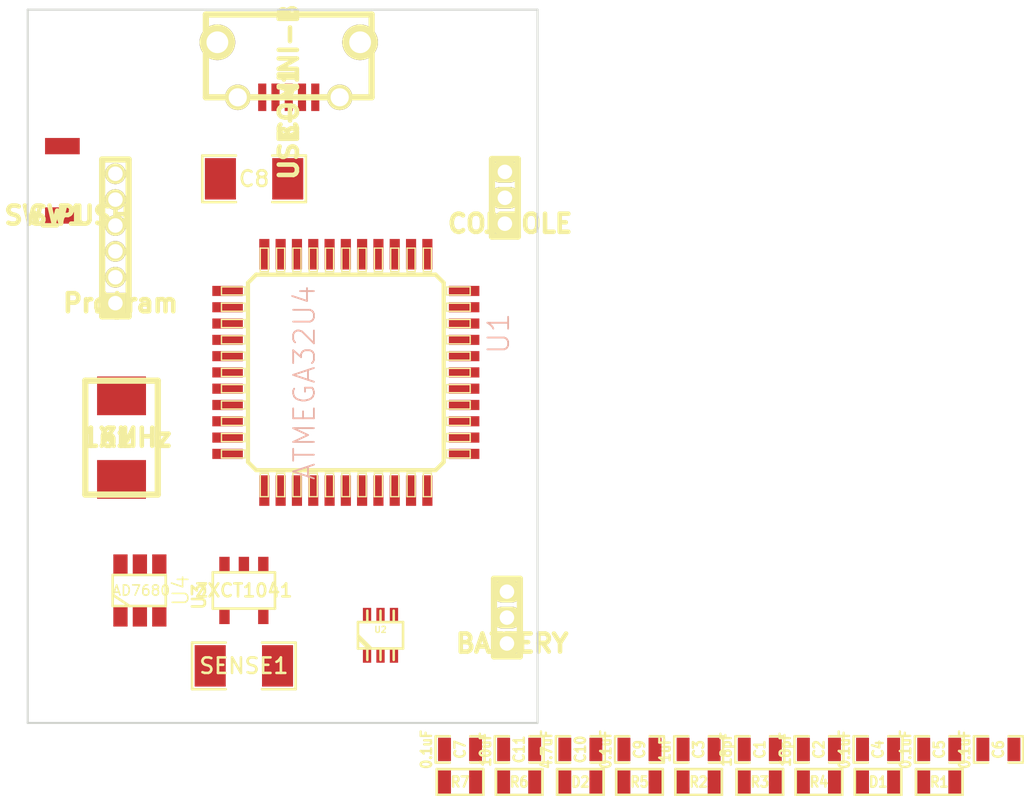
<source format=kicad_pcb>
(kicad_pcb (version 3) (host pcbnew "(2013-07-07 BZR 4022)-stable")

  (general
    (links 64)
    (no_connects 64)
    (area 74.949999 48.700712 127.375001 88.852501)
    (thickness 1.6)
    (drawings 4)
    (tracks 0)
    (zones 0)
    (modules 31)
    (nets 28)
  )

  (page A3)
  (layers
    (15 F.Cu signal)
    (0 B.Cu signal)
    (16 B.Adhes user)
    (17 F.Adhes user)
    (18 B.Paste user)
    (19 F.Paste user)
    (20 B.SilkS user)
    (21 F.SilkS user)
    (22 B.Mask user)
    (23 F.Mask user)
    (24 Dwgs.User user)
    (25 Cmts.User user)
    (26 Eco1.User user)
    (27 Eco2.User user)
    (28 Edge.Cuts user)
  )

  (setup
    (last_trace_width 0.254)
    (trace_clearance 0.254)
    (zone_clearance 0.508)
    (zone_45_only no)
    (trace_min 0.254)
    (segment_width 0.2)
    (edge_width 0.1)
    (via_size 0.889)
    (via_drill 0.635)
    (via_min_size 0.889)
    (via_min_drill 0.508)
    (uvia_size 0.508)
    (uvia_drill 0.127)
    (uvias_allowed no)
    (uvia_min_size 0.508)
    (uvia_min_drill 0.127)
    (pcb_text_width 0.3)
    (pcb_text_size 1.5 1.5)
    (mod_edge_width 0.15)
    (mod_text_size 1 1)
    (mod_text_width 0.15)
    (pad_size 1.5 1.5)
    (pad_drill 0.6)
    (pad_to_mask_clearance 0)
    (aux_axis_origin 0 0)
    (visible_elements 7FFFFFFF)
    (pcbplotparams
      (layerselection 3178497)
      (usegerberextensions true)
      (excludeedgelayer true)
      (linewidth 0.150000)
      (plotframeref false)
      (viasonmask false)
      (mode 1)
      (useauxorigin false)
      (hpglpennumber 1)
      (hpglpenspeed 20)
      (hpglpendiameter 15)
      (hpglpenoverlay 2)
      (psnegative false)
      (psa4output false)
      (plotreference true)
      (plotvalue true)
      (plotothertext true)
      (plotinvisibletext false)
      (padsonsilk false)
      (subtractmaskfromsilk false)
      (outputformat 1)
      (mirror false)
      (drillshape 1)
      (scaleselection 1)
      (outputdirectory ""))
  )

  (net 0 "")
  (net 1 BATT_DIR)
  (net 2 CS)
  (net 3 GND)
  (net 4 LED)
  (net 5 N-0000025)
  (net 6 N-0000027)
  (net 7 N-0000028)
  (net 8 N-000003)
  (net 9 N-0000030)
  (net 10 N-0000032)
  (net 11 N-0000033)
  (net 12 N-0000035)
  (net 13 N-0000036)
  (net 14 N-0000037)
  (net 15 N-0000038)
  (net 16 N-0000039)
  (net 17 N-000004)
  (net 18 N-0000040)
  (net 19 N-0000042)
  (net 20 N-0000047)
  (net 21 N-0000049)
  (net 22 N-000005)
  (net 23 N-0000050)
  (net 24 RESET)
  (net 25 SCLK)
  (net 26 SDATA)
  (net 27 VCC)

  (net_class Default "This is the default net class."
    (clearance 0.254)
    (trace_width 0.254)
    (via_dia 0.889)
    (via_drill 0.635)
    (uvia_dia 0.508)
    (uvia_drill 0.127)
    (add_net "")
    (add_net BATT_DIR)
    (add_net CS)
    (add_net GND)
    (add_net LED)
    (add_net N-0000025)
    (add_net N-0000027)
    (add_net N-0000028)
    (add_net N-000003)
    (add_net N-0000030)
    (add_net N-0000032)
    (add_net N-0000033)
    (add_net N-0000035)
    (add_net N-0000036)
    (add_net N-0000037)
    (add_net N-0000038)
    (add_net N-0000039)
    (add_net N-000004)
    (add_net N-0000040)
    (add_net N-0000042)
    (add_net N-0000047)
    (add_net N-0000049)
    (add_net N-000005)
    (add_net N-0000050)
    (add_net RESET)
    (add_net SCLK)
    (add_net SDATA)
    (add_net VCC)
  )

  (module USB_MINI_B_AMMETER (layer F.Cu) (tedit 200000) (tstamp 524590C7)
    (at 87.8 54.3 180)
    (path /5244A8AC)
    (fp_text reference CON1 (at 0 -0.254 450) (layer F.SilkS)
      (effects (font (size 0.889 0.889) (thickness 0.3048)))
    )
    (fp_text value USB-MINI-B (at 0 0.254 450) (layer F.SilkS)
      (effects (font (size 0.889 0.889) (thickness 0.3048)))
    )
    (fp_line (start -4.064 4.064) (end 4.064 4.064) (layer F.SilkS) (width 0.3048))
    (fp_line (start 4.064 4.064) (end 4.064 0) (layer F.SilkS) (width 0.3048))
    (fp_line (start 4.064 0) (end -4.064 0) (layer F.SilkS) (width 0.3048))
    (fp_line (start -4.064 0) (end -4.064 4.064) (layer F.SilkS) (width 0.3048))
    (pad 1 smd rect (at -1.30048 0 180) (size 0.39878 1.34874)
      (layers F.Cu F.Paste F.Mask)
      (net 27 VCC)
    )
    (pad 2 smd rect (at -0.65024 0 180) (size 0.39878 1.34874)
      (layers F.Cu F.Paste F.Mask)
      (net 14 N-0000037)
    )
    (pad 3 smd rect (at 0 0 180) (size 0.39878 1.34874)
      (layers F.Cu F.Paste F.Mask)
      (net 13 N-0000036)
    )
    (pad 4 smd rect (at 0.65024 0 180) (size 0.39878 1.34874)
      (layers F.Cu F.Paste F.Mask)
    )
    (pad 5 smd rect (at 1.30048 0 180) (size 0.39878 1.34874)
      (layers F.Cu F.Paste F.Mask)
      (net 3 GND)
    )
    (pad 6 thru_hole circle (at -3.50012 2.70002 180) (size 1.75006 1.75006) (drill 1.0668)
      (layers *.Cu *.Mask F.SilkS)
      (net 3 GND)
    )
    (pad 7 thru_hole circle (at -2.49936 0 180) (size 1.24968 1.24968) (drill 0.889)
      (layers *.Cu *.Mask F.SilkS)
    )
    (pad 8 thru_hole circle (at 2.49936 0 180) (size 1.24968 1.24968) (drill 0.889)
      (layers *.Cu *.Mask F.SilkS)
    )
    (pad 9 thru_hole circle (at 3.50012 2.70002 180) (size 1.75006 1.75006) (drill 1.0668)
      (layers *.Cu *.Mask F.SilkS)
    )
  )

  (module SOT23_6   placed (layer F.Cu) (tedit 4ECF791C) (tstamp 524590D6)
    (at 80.5 78.5)
    (path /5244DC12)
    (fp_text reference U4 (at 1.99898 0 90) (layer F.SilkS)
      (effects (font (size 0.762 0.762) (thickness 0.0762)))
    )
    (fp_text value AD7680 (at 0.0635 0) (layer F.SilkS)
      (effects (font (size 0.50038 0.50038) (thickness 0.0762)))
    )
    (fp_line (start -0.508 0.762) (end -1.27 0.254) (layer F.SilkS) (width 0.127))
    (fp_line (start 1.27 0.762) (end -1.3335 0.762) (layer F.SilkS) (width 0.127))
    (fp_line (start -1.3335 0.762) (end -1.3335 -0.762) (layer F.SilkS) (width 0.127))
    (fp_line (start -1.3335 -0.762) (end 1.27 -0.762) (layer F.SilkS) (width 0.127))
    (fp_line (start 1.27 -0.762) (end 1.27 0.762) (layer F.SilkS) (width 0.127))
    (pad 6 smd rect (at -0.9525 -1.27) (size 0.70104 1.00076)
      (layers F.Cu F.Paste F.Mask)
      (net 25 SCLK)
    )
    (pad 5 smd rect (at 0 -1.27) (size 0.70104 1.00076)
      (layers F.Cu F.Paste F.Mask)
      (net 26 SDATA)
    )
    (pad 4 smd rect (at 0.9525 -1.27) (size 0.70104 1.00076)
      (layers F.Cu F.Paste F.Mask)
      (net 2 CS)
    )
    (pad 3 smd rect (at 0.9525 1.27) (size 0.70104 1.00076)
      (layers F.Cu F.Paste F.Mask)
      (net 22 N-000005)
    )
    (pad 2 smd rect (at 0 1.27) (size 0.70104 1.00076)
      (layers F.Cu F.Paste F.Mask)
      (net 3 GND)
    )
    (pad 1 smd rect (at -0.9525 1.27) (size 0.70104 1.00076)
      (layers F.Cu F.Paste F.Mask)
      (net 27 VCC)
    )
    (model smd/SOT23_6.wrl
      (at (xyz 0 0 0))
      (scale (xyz 0.11 0.11 0.11))
      (rotate (xyz 0 0 0))
    )
  )

  (module SOT23-5   placed (layer F.Cu) (tedit 4ECF78EF) (tstamp 524590E3)
    (at 85.6 78.5 180)
    (path /5244D628)
    (attr smd)
    (fp_text reference U3 (at 2.19964 -0.29972 270) (layer F.SilkS)
      (effects (font (size 0.635 0.635) (thickness 0.127)))
    )
    (fp_text value ZXCT1041 (at 0 0 180) (layer F.SilkS)
      (effects (font (size 0.635 0.635) (thickness 0.127)))
    )
    (fp_line (start 1.524 -0.889) (end 1.524 0.889) (layer F.SilkS) (width 0.127))
    (fp_line (start 1.524 0.889) (end -1.524 0.889) (layer F.SilkS) (width 0.127))
    (fp_line (start -1.524 0.889) (end -1.524 -0.889) (layer F.SilkS) (width 0.127))
    (fp_line (start -1.524 -0.889) (end 1.524 -0.889) (layer F.SilkS) (width 0.127))
    (pad 1 smd rect (at -0.9525 1.27 180) (size 0.508 0.762)
      (layers F.Cu F.Paste F.Mask)
      (net 1 BATT_DIR)
    )
    (pad 3 smd rect (at 0.9525 1.27 180) (size 0.508 0.762)
      (layers F.Cu F.Paste F.Mask)
      (net 22 N-000005)
    )
    (pad 5 smd rect (at -0.9525 -1.27 180) (size 0.508 0.762)
      (layers F.Cu F.Paste F.Mask)
      (net 17 N-000004)
    )
    (pad 2 smd rect (at 0 1.27 180) (size 0.508 0.762)
      (layers F.Cu F.Paste F.Mask)
      (net 3 GND)
    )
    (pad 4 smd rect (at 0.9525 -1.27 180) (size 0.508 0.762)
      (layers F.Cu F.Paste F.Mask)
      (net 8 N-000003)
    )
    (model smd/SOT23_5.wrl
      (at (xyz 0 0 0))
      (scale (xyz 0.1 0.1 0.1))
      (rotate (xyz 0 0 0))
    )
  )

  (module SM1206 (layer F.Cu) (tedit 42806E24) (tstamp 524590EF)
    (at 85.6 82.2)
    (path /5244D6AD)
    (attr smd)
    (fp_text reference SENSE1 (at 0 0) (layer F.SilkS)
      (effects (font (size 0.762 0.762) (thickness 0.127)))
    )
    (fp_text value 0.1 (at 0 0) (layer F.SilkS) hide
      (effects (font (size 0.762 0.762) (thickness 0.127)))
    )
    (fp_line (start -2.54 -1.143) (end -2.54 1.143) (layer F.SilkS) (width 0.127))
    (fp_line (start -2.54 1.143) (end -0.889 1.143) (layer F.SilkS) (width 0.127))
    (fp_line (start 0.889 -1.143) (end 2.54 -1.143) (layer F.SilkS) (width 0.127))
    (fp_line (start 2.54 -1.143) (end 2.54 1.143) (layer F.SilkS) (width 0.127))
    (fp_line (start 2.54 1.143) (end 0.889 1.143) (layer F.SilkS) (width 0.127))
    (fp_line (start -0.889 -1.143) (end -2.54 -1.143) (layer F.SilkS) (width 0.127))
    (pad 1 smd rect (at -1.651 0) (size 1.524 2.032)
      (layers F.Cu F.Paste F.Mask)
      (net 8 N-000003)
    )
    (pad 2 smd rect (at 1.651 0) (size 1.524 2.032)
      (layers F.Cu F.Paste F.Mask)
      (net 17 N-000004)
    )
    (model smd/chip_cms.wrl
      (at (xyz 0 0 0))
      (scale (xyz 0.17 0.16 0.16))
      (rotate (xyz 0 0 0))
    )
  )

  (module SM1206 (layer F.Cu) (tedit 42806E24) (tstamp 524590FB)
    (at 86.1 58.3)
    (path /5244BDAA)
    (attr smd)
    (fp_text reference C8 (at 0 0) (layer F.SilkS)
      (effects (font (size 0.762 0.762) (thickness 0.127)))
    )
    (fp_text value 22uF (at 0 0) (layer F.SilkS) hide
      (effects (font (size 0.762 0.762) (thickness 0.127)))
    )
    (fp_line (start -2.54 -1.143) (end -2.54 1.143) (layer F.SilkS) (width 0.127))
    (fp_line (start -2.54 1.143) (end -0.889 1.143) (layer F.SilkS) (width 0.127))
    (fp_line (start 0.889 -1.143) (end 2.54 -1.143) (layer F.SilkS) (width 0.127))
    (fp_line (start 2.54 -1.143) (end 2.54 1.143) (layer F.SilkS) (width 0.127))
    (fp_line (start 2.54 1.143) (end 0.889 1.143) (layer F.SilkS) (width 0.127))
    (fp_line (start -0.889 -1.143) (end -2.54 -1.143) (layer F.SilkS) (width 0.127))
    (pad 1 smd rect (at -1.651 0) (size 1.524 2.032)
      (layers F.Cu F.Paste F.Mask)
      (net 3 GND)
    )
    (pad 2 smd rect (at 1.651 0) (size 1.524 2.032)
      (layers F.Cu F.Paste F.Mask)
      (net 27 VCC)
    )
    (model smd/chip_cms.wrl
      (at (xyz 0 0 0))
      (scale (xyz 0.17 0.16 0.16))
      (rotate (xyz 0 0 0))
    )
  )

  (module SM0603_Capa (layer F.Cu) (tedit 5051B1EC) (tstamp 52459107)
    (at 99.1 86.3)
    (path /524589FF)
    (attr smd)
    (fp_text reference C11 (at 0 0 90) (layer F.SilkS)
      (effects (font (size 0.508 0.4572) (thickness 0.1143)))
    )
    (fp_text value 10uF (at -1.651 0 90) (layer F.SilkS)
      (effects (font (size 0.508 0.4572) (thickness 0.1143)))
    )
    (fp_line (start 0.50038 0.65024) (end 1.19888 0.65024) (layer F.SilkS) (width 0.11938))
    (fp_line (start -0.50038 0.65024) (end -1.19888 0.65024) (layer F.SilkS) (width 0.11938))
    (fp_line (start 0.50038 -0.65024) (end 1.19888 -0.65024) (layer F.SilkS) (width 0.11938))
    (fp_line (start -1.19888 -0.65024) (end -0.50038 -0.65024) (layer F.SilkS) (width 0.11938))
    (fp_line (start 1.19888 -0.635) (end 1.19888 0.635) (layer F.SilkS) (width 0.11938))
    (fp_line (start -1.19888 0.635) (end -1.19888 -0.635) (layer F.SilkS) (width 0.11938))
    (pad 1 smd rect (at -0.762 0) (size 0.635 1.143)
      (layers F.Cu F.Paste F.Mask)
      (net 3 GND)
    )
    (pad 2 smd rect (at 0.762 0) (size 0.635 1.143)
      (layers F.Cu F.Paste F.Mask)
      (net 27 VCC)
    )
    (model smd\capacitors\C0603.wrl
      (at (xyz 0 0 0.001))
      (scale (xyz 0.5 0.5 0.5))
      (rotate (xyz 0 0 0))
    )
  )

  (module SM0603_Capa (layer F.Cu) (tedit 5051B1EC) (tstamp 52459113)
    (at 102.1 86.3)
    (path /5244E99B)
    (attr smd)
    (fp_text reference C10 (at 0 0 90) (layer F.SilkS)
      (effects (font (size 0.508 0.4572) (thickness 0.1143)))
    )
    (fp_text value 4.7uF (at -1.651 0 90) (layer F.SilkS)
      (effects (font (size 0.508 0.4572) (thickness 0.1143)))
    )
    (fp_line (start 0.50038 0.65024) (end 1.19888 0.65024) (layer F.SilkS) (width 0.11938))
    (fp_line (start -0.50038 0.65024) (end -1.19888 0.65024) (layer F.SilkS) (width 0.11938))
    (fp_line (start 0.50038 -0.65024) (end 1.19888 -0.65024) (layer F.SilkS) (width 0.11938))
    (fp_line (start -1.19888 -0.65024) (end -0.50038 -0.65024) (layer F.SilkS) (width 0.11938))
    (fp_line (start 1.19888 -0.635) (end 1.19888 0.635) (layer F.SilkS) (width 0.11938))
    (fp_line (start -1.19888 0.635) (end -1.19888 -0.635) (layer F.SilkS) (width 0.11938))
    (pad 1 smd rect (at -0.762 0) (size 0.635 1.143)
      (layers F.Cu F.Paste F.Mask)
      (net 3 GND)
    )
    (pad 2 smd rect (at 0.762 0) (size 0.635 1.143)
      (layers F.Cu F.Paste F.Mask)
      (net 8 N-000003)
    )
    (model smd\capacitors\C0603.wrl
      (at (xyz 0 0 0.001))
      (scale (xyz 0.5 0.5 0.5))
      (rotate (xyz 0 0 0))
    )
  )

  (module SM0603_Capa (layer F.Cu) (tedit 5051B1EC) (tstamp 5245911F)
    (at 105 86.3)
    (path /5244E97C)
    (attr smd)
    (fp_text reference C9 (at 0 0 90) (layer F.SilkS)
      (effects (font (size 0.508 0.4572) (thickness 0.1143)))
    )
    (fp_text value 0.1uF (at -1.651 0 90) (layer F.SilkS)
      (effects (font (size 0.508 0.4572) (thickness 0.1143)))
    )
    (fp_line (start 0.50038 0.65024) (end 1.19888 0.65024) (layer F.SilkS) (width 0.11938))
    (fp_line (start -0.50038 0.65024) (end -1.19888 0.65024) (layer F.SilkS) (width 0.11938))
    (fp_line (start 0.50038 -0.65024) (end 1.19888 -0.65024) (layer F.SilkS) (width 0.11938))
    (fp_line (start -1.19888 -0.65024) (end -0.50038 -0.65024) (layer F.SilkS) (width 0.11938))
    (fp_line (start 1.19888 -0.635) (end 1.19888 0.635) (layer F.SilkS) (width 0.11938))
    (fp_line (start -1.19888 0.635) (end -1.19888 -0.635) (layer F.SilkS) (width 0.11938))
    (pad 1 smd rect (at -0.762 0) (size 0.635 1.143)
      (layers F.Cu F.Paste F.Mask)
      (net 12 N-0000035)
    )
    (pad 2 smd rect (at 0.762 0) (size 0.635 1.143)
      (layers F.Cu F.Paste F.Mask)
      (net 3 GND)
    )
    (model smd\capacitors\C0603.wrl
      (at (xyz 0 0 0.001))
      (scale (xyz 0.5 0.5 0.5))
      (rotate (xyz 0 0 0))
    )
  )

  (module SM0603_Capa (layer F.Cu) (tedit 5051B1EC) (tstamp 5245912B)
    (at 96.2 86.3)
    (path /5244BD9A)
    (attr smd)
    (fp_text reference C7 (at 0 0 90) (layer F.SilkS)
      (effects (font (size 0.508 0.4572) (thickness 0.1143)))
    )
    (fp_text value 0.1uF (at -1.651 0 90) (layer F.SilkS)
      (effects (font (size 0.508 0.4572) (thickness 0.1143)))
    )
    (fp_line (start 0.50038 0.65024) (end 1.19888 0.65024) (layer F.SilkS) (width 0.11938))
    (fp_line (start -0.50038 0.65024) (end -1.19888 0.65024) (layer F.SilkS) (width 0.11938))
    (fp_line (start 0.50038 -0.65024) (end 1.19888 -0.65024) (layer F.SilkS) (width 0.11938))
    (fp_line (start -1.19888 -0.65024) (end -0.50038 -0.65024) (layer F.SilkS) (width 0.11938))
    (fp_line (start 1.19888 -0.635) (end 1.19888 0.635) (layer F.SilkS) (width 0.11938))
    (fp_line (start -1.19888 0.635) (end -1.19888 -0.635) (layer F.SilkS) (width 0.11938))
    (pad 1 smd rect (at -0.762 0) (size 0.635 1.143)
      (layers F.Cu F.Paste F.Mask)
    )
    (pad 2 smd rect (at 0.762 0) (size 0.635 1.143)
      (layers F.Cu F.Paste F.Mask)
    )
    (model smd\capacitors\C0603.wrl
      (at (xyz 0 0 0.001))
      (scale (xyz 0.5 0.5 0.5))
      (rotate (xyz 0 0 0))
    )
  )

  (module SM0603_Capa (layer F.Cu) (tedit 5051B1EC) (tstamp 52459137)
    (at 122.6 86.3)
    (path /5244BD94)
    (attr smd)
    (fp_text reference C6 (at 0 0 90) (layer F.SilkS)
      (effects (font (size 0.508 0.4572) (thickness 0.1143)))
    )
    (fp_text value 0.1uF (at -1.651 0 90) (layer F.SilkS)
      (effects (font (size 0.508 0.4572) (thickness 0.1143)))
    )
    (fp_line (start 0.50038 0.65024) (end 1.19888 0.65024) (layer F.SilkS) (width 0.11938))
    (fp_line (start -0.50038 0.65024) (end -1.19888 0.65024) (layer F.SilkS) (width 0.11938))
    (fp_line (start 0.50038 -0.65024) (end 1.19888 -0.65024) (layer F.SilkS) (width 0.11938))
    (fp_line (start -1.19888 -0.65024) (end -0.50038 -0.65024) (layer F.SilkS) (width 0.11938))
    (fp_line (start 1.19888 -0.635) (end 1.19888 0.635) (layer F.SilkS) (width 0.11938))
    (fp_line (start -1.19888 0.635) (end -1.19888 -0.635) (layer F.SilkS) (width 0.11938))
    (pad 1 smd rect (at -0.762 0) (size 0.635 1.143)
      (layers F.Cu F.Paste F.Mask)
    )
    (pad 2 smd rect (at 0.762 0) (size 0.635 1.143)
      (layers F.Cu F.Paste F.Mask)
    )
    (model smd\capacitors\C0603.wrl
      (at (xyz 0 0 0.001))
      (scale (xyz 0.5 0.5 0.5))
      (rotate (xyz 0 0 0))
    )
  )

  (module SM0603_Capa (layer F.Cu) (tedit 5051B1EC) (tstamp 52459143)
    (at 119.7 86.3)
    (path /5244BD8E)
    (attr smd)
    (fp_text reference C5 (at 0 0 90) (layer F.SilkS)
      (effects (font (size 0.508 0.4572) (thickness 0.1143)))
    )
    (fp_text value 0.1uF (at -1.651 0 90) (layer F.SilkS)
      (effects (font (size 0.508 0.4572) (thickness 0.1143)))
    )
    (fp_line (start 0.50038 0.65024) (end 1.19888 0.65024) (layer F.SilkS) (width 0.11938))
    (fp_line (start -0.50038 0.65024) (end -1.19888 0.65024) (layer F.SilkS) (width 0.11938))
    (fp_line (start 0.50038 -0.65024) (end 1.19888 -0.65024) (layer F.SilkS) (width 0.11938))
    (fp_line (start -1.19888 -0.65024) (end -0.50038 -0.65024) (layer F.SilkS) (width 0.11938))
    (fp_line (start 1.19888 -0.635) (end 1.19888 0.635) (layer F.SilkS) (width 0.11938))
    (fp_line (start -1.19888 0.635) (end -1.19888 -0.635) (layer F.SilkS) (width 0.11938))
    (pad 1 smd rect (at -0.762 0) (size 0.635 1.143)
      (layers F.Cu F.Paste F.Mask)
    )
    (pad 2 smd rect (at 0.762 0) (size 0.635 1.143)
      (layers F.Cu F.Paste F.Mask)
    )
    (model smd\capacitors\C0603.wrl
      (at (xyz 0 0 0.001))
      (scale (xyz 0.5 0.5 0.5))
      (rotate (xyz 0 0 0))
    )
  )

  (module SM0603_Capa (layer F.Cu) (tedit 5051B1EC) (tstamp 5245914F)
    (at 116.7 86.3)
    (path /5244BB0C)
    (attr smd)
    (fp_text reference C4 (at 0 0 90) (layer F.SilkS)
      (effects (font (size 0.508 0.4572) (thickness 0.1143)))
    )
    (fp_text value 0.1uF (at -1.651 0 90) (layer F.SilkS)
      (effects (font (size 0.508 0.4572) (thickness 0.1143)))
    )
    (fp_line (start 0.50038 0.65024) (end 1.19888 0.65024) (layer F.SilkS) (width 0.11938))
    (fp_line (start -0.50038 0.65024) (end -1.19888 0.65024) (layer F.SilkS) (width 0.11938))
    (fp_line (start 0.50038 -0.65024) (end 1.19888 -0.65024) (layer F.SilkS) (width 0.11938))
    (fp_line (start -1.19888 -0.65024) (end -0.50038 -0.65024) (layer F.SilkS) (width 0.11938))
    (fp_line (start 1.19888 -0.635) (end 1.19888 0.635) (layer F.SilkS) (width 0.11938))
    (fp_line (start -1.19888 0.635) (end -1.19888 -0.635) (layer F.SilkS) (width 0.11938))
    (pad 1 smd rect (at -0.762 0) (size 0.635 1.143)
      (layers F.Cu F.Paste F.Mask)
      (net 3 GND)
    )
    (pad 2 smd rect (at 0.762 0) (size 0.635 1.143)
      (layers F.Cu F.Paste F.Mask)
    )
    (model smd\capacitors\C0603.wrl
      (at (xyz 0 0 0.001))
      (scale (xyz 0.5 0.5 0.5))
      (rotate (xyz 0 0 0))
    )
  )

  (module SM0603_Capa (layer F.Cu) (tedit 5051B1EC) (tstamp 5245915B)
    (at 113.8 86.3)
    (path /5244A91F)
    (attr smd)
    (fp_text reference C2 (at 0 0 90) (layer F.SilkS)
      (effects (font (size 0.508 0.4572) (thickness 0.1143)))
    )
    (fp_text value 18pF (at -1.651 0 90) (layer F.SilkS)
      (effects (font (size 0.508 0.4572) (thickness 0.1143)))
    )
    (fp_line (start 0.50038 0.65024) (end 1.19888 0.65024) (layer F.SilkS) (width 0.11938))
    (fp_line (start -0.50038 0.65024) (end -1.19888 0.65024) (layer F.SilkS) (width 0.11938))
    (fp_line (start 0.50038 -0.65024) (end 1.19888 -0.65024) (layer F.SilkS) (width 0.11938))
    (fp_line (start -1.19888 -0.65024) (end -0.50038 -0.65024) (layer F.SilkS) (width 0.11938))
    (fp_line (start 1.19888 -0.635) (end 1.19888 0.635) (layer F.SilkS) (width 0.11938))
    (fp_line (start -1.19888 0.635) (end -1.19888 -0.635) (layer F.SilkS) (width 0.11938))
    (pad 1 smd rect (at -0.762 0) (size 0.635 1.143)
      (layers F.Cu F.Paste F.Mask)
    )
    (pad 2 smd rect (at 0.762 0) (size 0.635 1.143)
      (layers F.Cu F.Paste F.Mask)
      (net 18 N-0000040)
    )
    (model smd\capacitors\C0603.wrl
      (at (xyz 0 0 0.001))
      (scale (xyz 0.5 0.5 0.5))
      (rotate (xyz 0 0 0))
    )
  )

  (module SM0603_Capa (layer F.Cu) (tedit 5051B1EC) (tstamp 52459167)
    (at 110.9 86.3)
    (path /5244A92E)
    (attr smd)
    (fp_text reference C1 (at 0 0 90) (layer F.SilkS)
      (effects (font (size 0.508 0.4572) (thickness 0.1143)))
    )
    (fp_text value 18pF (at -1.651 0 90) (layer F.SilkS)
      (effects (font (size 0.508 0.4572) (thickness 0.1143)))
    )
    (fp_line (start 0.50038 0.65024) (end 1.19888 0.65024) (layer F.SilkS) (width 0.11938))
    (fp_line (start -0.50038 0.65024) (end -1.19888 0.65024) (layer F.SilkS) (width 0.11938))
    (fp_line (start 0.50038 -0.65024) (end 1.19888 -0.65024) (layer F.SilkS) (width 0.11938))
    (fp_line (start -1.19888 -0.65024) (end -0.50038 -0.65024) (layer F.SilkS) (width 0.11938))
    (fp_line (start 1.19888 -0.635) (end 1.19888 0.635) (layer F.SilkS) (width 0.11938))
    (fp_line (start -1.19888 0.635) (end -1.19888 -0.635) (layer F.SilkS) (width 0.11938))
    (pad 1 smd rect (at -0.762 0) (size 0.635 1.143)
      (layers F.Cu F.Paste F.Mask)
      (net 3 GND)
    )
    (pad 2 smd rect (at 0.762 0) (size 0.635 1.143)
      (layers F.Cu F.Paste F.Mask)
      (net 16 N-0000039)
    )
    (model smd\capacitors\C0603.wrl
      (at (xyz 0 0 0.001))
      (scale (xyz 0.5 0.5 0.5))
      (rotate (xyz 0 0 0))
    )
  )

  (module SM0603_Capa (layer F.Cu) (tedit 5051B1EC) (tstamp 52459173)
    (at 107.9 86.3)
    (path /5244A9F2)
    (attr smd)
    (fp_text reference C3 (at 0 0 90) (layer F.SilkS)
      (effects (font (size 0.508 0.4572) (thickness 0.1143)))
    )
    (fp_text value 1uF (at -1.651 0 90) (layer F.SilkS)
      (effects (font (size 0.508 0.4572) (thickness 0.1143)))
    )
    (fp_line (start 0.50038 0.65024) (end 1.19888 0.65024) (layer F.SilkS) (width 0.11938))
    (fp_line (start -0.50038 0.65024) (end -1.19888 0.65024) (layer F.SilkS) (width 0.11938))
    (fp_line (start 0.50038 -0.65024) (end 1.19888 -0.65024) (layer F.SilkS) (width 0.11938))
    (fp_line (start -1.19888 -0.65024) (end -0.50038 -0.65024) (layer F.SilkS) (width 0.11938))
    (fp_line (start 1.19888 -0.635) (end 1.19888 0.635) (layer F.SilkS) (width 0.11938))
    (fp_line (start -1.19888 0.635) (end -1.19888 -0.635) (layer F.SilkS) (width 0.11938))
    (pad 1 smd rect (at -0.762 0) (size 0.635 1.143)
      (layers F.Cu F.Paste F.Mask)
      (net 19 N-0000042)
    )
    (pad 2 smd rect (at 0.762 0) (size 0.635 1.143)
      (layers F.Cu F.Paste F.Mask)
      (net 3 GND)
    )
    (model smd\capacitors\C0603.wrl
      (at (xyz 0 0 0.001))
      (scale (xyz 0.5 0.5 0.5))
      (rotate (xyz 0 0 0))
    )
  )

  (module SM0603 (layer F.Cu) (tedit 4E43A3D1) (tstamp 5245917D)
    (at 119.7 87.9)
    (path /5244AD43)
    (attr smd)
    (fp_text reference R1 (at 0 0) (layer F.SilkS)
      (effects (font (size 0.508 0.4572) (thickness 0.1143)))
    )
    (fp_text value 220 (at 0 0) (layer F.SilkS) hide
      (effects (font (size 0.508 0.4572) (thickness 0.1143)))
    )
    (fp_line (start -1.143 -0.635) (end 1.143 -0.635) (layer F.SilkS) (width 0.127))
    (fp_line (start 1.143 -0.635) (end 1.143 0.635) (layer F.SilkS) (width 0.127))
    (fp_line (start 1.143 0.635) (end -1.143 0.635) (layer F.SilkS) (width 0.127))
    (fp_line (start -1.143 0.635) (end -1.143 -0.635) (layer F.SilkS) (width 0.127))
    (pad 1 smd rect (at -0.762 0) (size 0.635 1.143)
      (layers F.Cu F.Paste F.Mask)
      (net 15 N-0000038)
    )
    (pad 2 smd rect (at 0.762 0) (size 0.635 1.143)
      (layers F.Cu F.Paste F.Mask)
      (net 27 VCC)
    )
    (model smd\resistors\R0603.wrl
      (at (xyz 0 0 0.001))
      (scale (xyz 0.5 0.5 0.5))
      (rotate (xyz 0 0 0))
    )
  )

  (module SM0603 (layer F.Cu) (tedit 4E43A3D1) (tstamp 52459187)
    (at 96.2 87.9)
    (path /52456AA0)
    (attr smd)
    (fp_text reference R7 (at 0 0) (layer F.SilkS)
      (effects (font (size 0.508 0.4572) (thickness 0.1143)))
    )
    (fp_text value 10K (at 0 0) (layer F.SilkS) hide
      (effects (font (size 0.508 0.4572) (thickness 0.1143)))
    )
    (fp_line (start -1.143 -0.635) (end 1.143 -0.635) (layer F.SilkS) (width 0.127))
    (fp_line (start 1.143 -0.635) (end 1.143 0.635) (layer F.SilkS) (width 0.127))
    (fp_line (start 1.143 0.635) (end -1.143 0.635) (layer F.SilkS) (width 0.127))
    (fp_line (start -1.143 0.635) (end -1.143 -0.635) (layer F.SilkS) (width 0.127))
    (pad 1 smd rect (at -0.762 0) (size 0.635 1.143)
      (layers F.Cu F.Paste F.Mask)
      (net 5 N-0000025)
    )
    (pad 2 smd rect (at 0.762 0) (size 0.635 1.143)
      (layers F.Cu F.Paste F.Mask)
      (net 12 N-0000035)
    )
    (model smd\resistors\R0603.wrl
      (at (xyz 0 0 0.001))
      (scale (xyz 0.5 0.5 0.5))
      (rotate (xyz 0 0 0))
    )
  )

  (module SM0603 (layer F.Cu) (tedit 4E43A3D1) (tstamp 52459191)
    (at 99.1 87.9)
    (path /5244E96B)
    (attr smd)
    (fp_text reference R6 (at 0 0) (layer F.SilkS)
      (effects (font (size 0.508 0.4572) (thickness 0.1143)))
    )
    (fp_text value 10K (at 0 0) (layer F.SilkS) hide
      (effects (font (size 0.508 0.4572) (thickness 0.1143)))
    )
    (fp_line (start -1.143 -0.635) (end 1.143 -0.635) (layer F.SilkS) (width 0.127))
    (fp_line (start 1.143 -0.635) (end 1.143 0.635) (layer F.SilkS) (width 0.127))
    (fp_line (start 1.143 0.635) (end -1.143 0.635) (layer F.SilkS) (width 0.127))
    (fp_line (start -1.143 0.635) (end -1.143 -0.635) (layer F.SilkS) (width 0.127))
    (pad 1 smd rect (at -0.762 0) (size 0.635 1.143)
      (layers F.Cu F.Paste F.Mask)
      (net 27 VCC)
    )
    (pad 2 smd rect (at 0.762 0) (size 0.635 1.143)
      (layers F.Cu F.Paste F.Mask)
      (net 1 BATT_DIR)
    )
    (model smd\resistors\R0603.wrl
      (at (xyz 0 0 0.001))
      (scale (xyz 0.5 0.5 0.5))
      (rotate (xyz 0 0 0))
    )
  )

  (module SM0603 (layer F.Cu) (tedit 4E43A3D1) (tstamp 5245919B)
    (at 102.1 87.9)
    (path /5244AAE6)
    (attr smd)
    (fp_text reference D2 (at 0 0) (layer F.SilkS)
      (effects (font (size 0.508 0.4572) (thickness 0.1143)))
    )
    (fp_text value LED (at 0 0) (layer F.SilkS) hide
      (effects (font (size 0.508 0.4572) (thickness 0.1143)))
    )
    (fp_line (start -1.143 -0.635) (end 1.143 -0.635) (layer F.SilkS) (width 0.127))
    (fp_line (start 1.143 -0.635) (end 1.143 0.635) (layer F.SilkS) (width 0.127))
    (fp_line (start 1.143 0.635) (end -1.143 0.635) (layer F.SilkS) (width 0.127))
    (fp_line (start -1.143 0.635) (end -1.143 -0.635) (layer F.SilkS) (width 0.127))
    (pad 1 smd rect (at -0.762 0) (size 0.635 1.143)
      (layers F.Cu F.Paste F.Mask)
      (net 15 N-0000038)
    )
    (pad 2 smd rect (at 0.762 0) (size 0.635 1.143)
      (layers F.Cu F.Paste F.Mask)
      (net 3 GND)
    )
    (model smd\resistors\R0603.wrl
      (at (xyz 0 0 0.001))
      (scale (xyz 0.5 0.5 0.5))
      (rotate (xyz 0 0 0))
    )
  )

  (module SM0603 (layer F.Cu) (tedit 4E43A3D1) (tstamp 524591A5)
    (at 105 87.9)
    (path /5244B586)
    (attr smd)
    (fp_text reference R5 (at 0 0) (layer F.SilkS)
      (effects (font (size 0.508 0.4572) (thickness 0.1143)))
    )
    (fp_text value 220 (at 0 0) (layer F.SilkS) hide
      (effects (font (size 0.508 0.4572) (thickness 0.1143)))
    )
    (fp_line (start -1.143 -0.635) (end 1.143 -0.635) (layer F.SilkS) (width 0.127))
    (fp_line (start 1.143 -0.635) (end 1.143 0.635) (layer F.SilkS) (width 0.127))
    (fp_line (start 1.143 0.635) (end -1.143 0.635) (layer F.SilkS) (width 0.127))
    (fp_line (start -1.143 0.635) (end -1.143 -0.635) (layer F.SilkS) (width 0.127))
    (pad 1 smd rect (at -0.762 0) (size 0.635 1.143)
      (layers F.Cu F.Paste F.Mask)
      (net 20 N-0000047)
    )
    (pad 2 smd rect (at 0.762 0) (size 0.635 1.143)
      (layers F.Cu F.Paste F.Mask)
      (net 4 LED)
    )
    (model smd\resistors\R0603.wrl
      (at (xyz 0 0 0.001))
      (scale (xyz 0.5 0.5 0.5))
      (rotate (xyz 0 0 0))
    )
  )

  (module SM0603 (layer F.Cu) (tedit 4E43A3D1) (tstamp 524591AF)
    (at 107.9 87.9)
    (path /5244ADC2)
    (attr smd)
    (fp_text reference R2 (at 0 0) (layer F.SilkS)
      (effects (font (size 0.508 0.4572) (thickness 0.1143)))
    )
    (fp_text value 22 (at 0 0) (layer F.SilkS) hide
      (effects (font (size 0.508 0.4572) (thickness 0.1143)))
    )
    (fp_line (start -1.143 -0.635) (end 1.143 -0.635) (layer F.SilkS) (width 0.127))
    (fp_line (start 1.143 -0.635) (end 1.143 0.635) (layer F.SilkS) (width 0.127))
    (fp_line (start 1.143 0.635) (end -1.143 0.635) (layer F.SilkS) (width 0.127))
    (fp_line (start -1.143 0.635) (end -1.143 -0.635) (layer F.SilkS) (width 0.127))
    (pad 1 smd rect (at -0.762 0) (size 0.635 1.143)
      (layers F.Cu F.Paste F.Mask)
      (net 14 N-0000037)
    )
    (pad 2 smd rect (at 0.762 0) (size 0.635 1.143)
      (layers F.Cu F.Paste F.Mask)
      (net 6 N-0000027)
    )
    (model smd\resistors\R0603.wrl
      (at (xyz 0 0 0.001))
      (scale (xyz 0.5 0.5 0.5))
      (rotate (xyz 0 0 0))
    )
  )

  (module SM0603 (layer F.Cu) (tedit 4E43A3D1) (tstamp 524591B9)
    (at 110.9 87.9)
    (path /5244ADD6)
    (attr smd)
    (fp_text reference R3 (at 0 0) (layer F.SilkS)
      (effects (font (size 0.508 0.4572) (thickness 0.1143)))
    )
    (fp_text value 22 (at 0 0) (layer F.SilkS) hide
      (effects (font (size 0.508 0.4572) (thickness 0.1143)))
    )
    (fp_line (start -1.143 -0.635) (end 1.143 -0.635) (layer F.SilkS) (width 0.127))
    (fp_line (start 1.143 -0.635) (end 1.143 0.635) (layer F.SilkS) (width 0.127))
    (fp_line (start 1.143 0.635) (end -1.143 0.635) (layer F.SilkS) (width 0.127))
    (fp_line (start -1.143 0.635) (end -1.143 -0.635) (layer F.SilkS) (width 0.127))
    (pad 1 smd rect (at -0.762 0) (size 0.635 1.143)
      (layers F.Cu F.Paste F.Mask)
      (net 13 N-0000036)
    )
    (pad 2 smd rect (at 0.762 0) (size 0.635 1.143)
      (layers F.Cu F.Paste F.Mask)
      (net 7 N-0000028)
    )
    (model smd\resistors\R0603.wrl
      (at (xyz 0 0 0.001))
      (scale (xyz 0.5 0.5 0.5))
      (rotate (xyz 0 0 0))
    )
  )

  (module SM0603 (layer F.Cu) (tedit 4E43A3D1) (tstamp 524591C3)
    (at 113.8 87.9)
    (path /5244B0C5)
    (attr smd)
    (fp_text reference R4 (at 0 0) (layer F.SilkS)
      (effects (font (size 0.508 0.4572) (thickness 0.1143)))
    )
    (fp_text value 10K (at 0 0) (layer F.SilkS) hide
      (effects (font (size 0.508 0.4572) (thickness 0.1143)))
    )
    (fp_line (start -1.143 -0.635) (end 1.143 -0.635) (layer F.SilkS) (width 0.127))
    (fp_line (start 1.143 -0.635) (end 1.143 0.635) (layer F.SilkS) (width 0.127))
    (fp_line (start 1.143 0.635) (end -1.143 0.635) (layer F.SilkS) (width 0.127))
    (fp_line (start -1.143 0.635) (end -1.143 -0.635) (layer F.SilkS) (width 0.127))
    (pad 1 smd rect (at -0.762 0) (size 0.635 1.143)
      (layers F.Cu F.Paste F.Mask)
      (net 27 VCC)
    )
    (pad 2 smd rect (at 0.762 0) (size 0.635 1.143)
      (layers F.Cu F.Paste F.Mask)
      (net 24 RESET)
    )
    (model smd\resistors\R0603.wrl
      (at (xyz 0 0 0.001))
      (scale (xyz 0.5 0.5 0.5))
      (rotate (xyz 0 0 0))
    )
  )

  (module SM0603 (layer F.Cu) (tedit 4E43A3D1) (tstamp 524591CD)
    (at 116.7 87.9)
    (path /5244B577)
    (attr smd)
    (fp_text reference D1 (at 0 0) (layer F.SilkS)
      (effects (font (size 0.508 0.4572) (thickness 0.1143)))
    )
    (fp_text value LED (at 0 0) (layer F.SilkS) hide
      (effects (font (size 0.508 0.4572) (thickness 0.1143)))
    )
    (fp_line (start -1.143 -0.635) (end 1.143 -0.635) (layer F.SilkS) (width 0.127))
    (fp_line (start 1.143 -0.635) (end 1.143 0.635) (layer F.SilkS) (width 0.127))
    (fp_line (start 1.143 0.635) (end -1.143 0.635) (layer F.SilkS) (width 0.127))
    (fp_line (start -1.143 0.635) (end -1.143 -0.635) (layer F.SilkS) (width 0.127))
    (pad 1 smd rect (at -0.762 0) (size 0.635 1.143)
      (layers F.Cu F.Paste F.Mask)
      (net 20 N-0000047)
    )
    (pad 2 smd rect (at 0.762 0) (size 0.635 1.143)
      (layers F.Cu F.Paste F.Mask)
      (net 3 GND)
    )
    (model smd\resistors\R0603.wrl
      (at (xyz 0 0 0.001))
      (scale (xyz 0.5 0.5 0.5))
      (rotate (xyz 0 0 0))
    )
  )

  (module SIL_6_050   placed (layer F.Cu) (tedit 200000) (tstamp 524591DB)
    (at 79.3 64.4 90)
    (path /5244ACBB)
    (fp_text reference J1 (at 0 -0.254 360) (layer F.SilkS)
      (effects (font (size 0.889 0.889) (thickness 0.3048)))
    )
    (fp_text value Program (at 0 0.254 360) (layer F.SilkS)
      (effects (font (size 0.889 0.889) (thickness 0.3048)))
    )
    (fp_line (start -0.65024 0.65024) (end 7.0485 0.65024) (layer F.SilkS) (width 0.3048))
    (fp_line (start 7.0485 0.65024) (end 7.0485 -0.65024) (layer F.SilkS) (width 0.3048))
    (fp_line (start 7.0485 -0.65024) (end -0.65024 -0.65024) (layer F.SilkS) (width 0.3048))
    (fp_line (start -0.65024 -0.65024) (end -0.65024 0.65024) (layer F.SilkS) (width 0.3048))
    (pad 1 thru_hole rect (at 0 0 90) (size 1.016 1.016) (drill 0.7112)
      (layers *.Cu *.Mask F.SilkS)
      (net 23 N-0000050)
    )
    (pad 2 thru_hole circle (at 1.27 0 90) (size 1.016 1.016) (drill 0.7112)
      (layers *.Cu *.Mask F.SilkS)
      (net 27 VCC)
    )
    (pad 3 thru_hole circle (at 2.54 0 90) (size 1.016 1.016) (drill 0.7112)
      (layers *.Cu *.Mask F.SilkS)
      (net 21 N-0000049)
    )
    (pad 4 thru_hole circle (at 3.81 0 90) (size 1.016 1.016) (drill 0.7112)
      (layers *.Cu *.Mask F.SilkS)
      (net 9 N-0000030)
    )
    (pad 5 thru_hole circle (at 5.08 0 90) (size 1.016 1.016) (drill 0.7112)
      (layers *.Cu *.Mask F.SilkS)
      (net 24 RESET)
    )
    (pad 6 thru_hole circle (at 6.35 0 90) (size 1.016 1.016) (drill 0.7112)
      (layers *.Cu *.Mask F.SilkS)
      (net 3 GND)
    )
  )

  (module SIL_3_050 (layer F.Cu) (tedit 200000) (tstamp 524591E6)
    (at 98.5 81.1 90)
    (descr "0.050\" pitch 3-pin SIP")
    (path /5244E236)
    (fp_text reference J2 (at 0 -0.254 360) (layer F.SilkS)
      (effects (font (size 0.889 0.889) (thickness 0.3048)))
    )
    (fp_text value BATTERY (at 0 0.254 360) (layer F.SilkS)
      (effects (font (size 0.889 0.889) (thickness 0.3048)))
    )
    (fp_line (start -0.635 0.635) (end 3.175 0.635) (layer F.SilkS) (width 0.3048))
    (fp_line (start 3.175 0.635) (end 3.175 -0.635) (layer F.SilkS) (width 0.3048))
    (fp_line (start 3.175 -0.635) (end -0.635 -0.635) (layer F.SilkS) (width 0.3048))
    (fp_line (start -0.635 -0.635) (end -0.635 0.635) (layer F.SilkS) (width 0.3048))
    (pad 1 thru_hole oval (at 0 0 90) (size 1.0668 1.4986) (drill 0.7112)
      (layers *.Cu *.Mask F.SilkS)
      (net 12 N-0000035)
    )
    (pad 2 thru_hole oval (at 1.27 0 90) (size 1.0668 1.4986) (drill 0.7112)
      (layers *.Cu *.Mask F.SilkS)
      (net 17 N-000004)
    )
    (pad 3 thru_hole oval (at 2.54 0 90) (size 1.0668 1.4986) (drill 0.7112)
      (layers *.Cu *.Mask F.SilkS)
      (net 3 GND)
    )
  )

  (module SIL_3_050 (layer F.Cu) (tedit 200000) (tstamp 524591F1)
    (at 98.4 60.5 90)
    (descr "0.050\" pitch 3-pin SIP")
    (path /5244E47B)
    (fp_text reference J3 (at 0 -0.254 360) (layer F.SilkS)
      (effects (font (size 0.889 0.889) (thickness 0.3048)))
    )
    (fp_text value CONSOLE (at 0 0.254 360) (layer F.SilkS)
      (effects (font (size 0.889 0.889) (thickness 0.3048)))
    )
    (fp_line (start -0.635 0.635) (end 3.175 0.635) (layer F.SilkS) (width 0.3048))
    (fp_line (start 3.175 0.635) (end 3.175 -0.635) (layer F.SilkS) (width 0.3048))
    (fp_line (start 3.175 -0.635) (end -0.635 -0.635) (layer F.SilkS) (width 0.3048))
    (fp_line (start -0.635 -0.635) (end -0.635 0.635) (layer F.SilkS) (width 0.3048))
    (pad 1 thru_hole oval (at 0 0 90) (size 1.0668 1.4986) (drill 0.7112)
      (layers *.Cu *.Mask F.SilkS)
      (net 3 GND)
    )
    (pad 2 thru_hole oval (at 1.27 0 90) (size 1.0668 1.4986) (drill 0.7112)
      (layers *.Cu *.Mask F.SilkS)
      (net 10 N-0000032)
    )
    (pad 3 thru_hole oval (at 2.54 0 90) (size 1.0668 1.4986) (drill 0.7112)
      (layers *.Cu *.Mask F.SilkS)
      (net 11 N-0000033)
    )
  )

  (module sc70-6 (layer F.Cu) (tedit 490474FF) (tstamp 52459207)
    (at 92.3 80.7)
    (descr SC70-6)
    (path /5244CFE2)
    (attr smd)
    (fp_text reference U2 (at 0 -0.2794) (layer F.SilkS)
      (effects (font (size 0.29972 0.29972) (thickness 0.06096)))
    )
    (fp_text value SIP32411 (at 0 0.3556) (layer F.SilkS) hide
      (effects (font (size 0.29972 0.29972) (thickness 0.06096)))
    )
    (fp_line (start 0 -0.6477) (end 0 -1.2065) (layer F.SilkS) (width 0.127))
    (fp_line (start -0.4445 0.6477) (end -1.1049 -0.0127) (layer F.SilkS) (width 0.127))
    (fp_line (start -0.5969 0.6477) (end -1.1049 0.1524) (layer F.SilkS) (width 0.127))
    (fp_line (start 0.6477 -0.6477) (end 0.6477 -1.2065) (layer F.SilkS) (width 0.127))
    (fp_line (start -0.6477 -0.6477) (end -0.6477 -1.2065) (layer F.SilkS) (width 0.127))
    (fp_line (start 0 0.6477) (end 0 1.2065) (layer F.SilkS) (width 0.127))
    (fp_line (start 0.6477 0.6477) (end 0.6477 1.2065) (layer F.SilkS) (width 0.127))
    (fp_line (start -0.6477 0.6477) (end -0.6477 1.2065) (layer F.SilkS) (width 0.127))
    (fp_line (start -1.1049 -0.6477) (end 1.1049 -0.6477) (layer F.SilkS) (width 0.127))
    (fp_line (start 1.1049 -0.6477) (end 1.1049 0.6477) (layer F.SilkS) (width 0.127))
    (fp_line (start 1.1049 0.6477) (end -1.1049 0.6477) (layer F.SilkS) (width 0.127))
    (fp_line (start -1.1049 0.6477) (end -1.1049 -0.6477) (layer F.SilkS) (width 0.127))
    (pad 1 smd rect (at -0.6604 1.016) (size 0.4064 0.6604)
      (layers F.Cu F.Paste F.Mask)
      (net 8 N-000003)
    )
    (pad 3 smd rect (at 0.6604 1.016) (size 0.4064 0.6604)
      (layers F.Cu F.Paste F.Mask)
      (net 5 N-0000025)
    )
    (pad 2 smd rect (at 0 1.016) (size 0.4064 0.6604)
      (layers F.Cu F.Paste F.Mask)
      (net 3 GND)
    )
    (pad 4 smd rect (at 0.6604 -1.016) (size 0.4064 0.6604)
      (layers F.Cu F.Paste F.Mask)
    )
    (pad 6 smd rect (at -0.6604 -1.016) (size 0.4064 0.6604)
      (layers F.Cu F.Paste F.Mask)
      (net 12 N-0000035)
    )
    (pad 5 smd rect (at 0 -1.016) (size 0.4064 0.6604)
      (layers F.Cu F.Paste F.Mask)
      (net 3 GND)
    )
    (model smd/smd_transistors/sc70-6.wrl
      (at (xyz 0 0 0))
      (scale (xyz 1 1 1))
      (rotate (xyz 0 0 0))
    )
  )

  (module PUSH_SMT (layer F.Cu) (tedit 200000) (tstamp 52459211)
    (at 76.7 60.1 90)
    (path /5244B14F)
    (fp_text reference SW1 (at 0 -0.254 360) (layer F.SilkS)
      (effects (font (size 0.889 0.889) (thickness 0.3048)))
    )
    (fp_text value SW_PUSH (at 0 0.254 360) (layer F.SilkS)
      (effects (font (size 0.889 0.889) (thickness 0.3048)))
    )
    (fp_line (start 0 0) (end 0 0) (layer F.SilkS) (width 0.3048))
    (fp_line (start 0 0) (end 0 0) (layer F.SilkS) (width 0.3048))
    (fp_line (start 0 0) (end 0 0) (layer F.SilkS) (width 0.3048))
    (fp_line (start 0 0) (end 0 0) (layer F.SilkS) (width 0.3048))
    (pad 1 smd rect (at 0 0 90) (size 0.8001 1.7018)
      (layers F.Cu F.Paste F.Mask)
      (net 24 RESET)
    )
    (pad 2 smd rect (at 3.4036 0 90) (size 0.8001 1.7018)
      (layers F.Cu F.Paste F.Mask)
      (net 3 GND)
    )
  )

  (module CRYSTAL_SMT   placed (layer F.Cu) (tedit 200000) (tstamp 5245921B)
    (at 79.6 71 90)
    (path /5244B31D)
    (fp_text reference X1 (at 0 -0.254 360) (layer F.SilkS)
      (effects (font (size 0.889 0.889) (thickness 0.3048)))
    )
    (fp_text value 16MHz (at 0 0.254 360) (layer F.SilkS)
      (effects (font (size 0.889 0.889) (thickness 0.3048)))
    )
    (fp_line (start -2.794 1.778) (end 2.794 1.778) (layer F.SilkS) (width 0.3048))
    (fp_line (start 2.794 1.778) (end 2.794 -1.778) (layer F.SilkS) (width 0.3048))
    (fp_line (start 2.794 -1.778) (end -2.794 -1.778) (layer F.SilkS) (width 0.3048))
    (fp_line (start -2.794 -1.778) (end -2.794 1.778) (layer F.SilkS) (width 0.3048))
    (pad 1 smd rect (at -2.04978 0 90) (size 1.89992 2.4003)
      (layers F.Cu F.Paste F.Mask)
      (net 16 N-0000039)
    )
    (pad 2 smd rect (at 2.04978 0 90) (size 1.89992 2.4003)
      (layers F.Cu F.Paste F.Mask)
      (net 18 N-0000040)
    )
  )

  (module atmel-TQFP44   placed (layer F.Cu) (tedit 200000) (tstamp 52459304)
    (at 90.6 67.8 270)
    (descr "THIN PLASIC QUAD FLAT PACKAGE")
    (tags "THIN PLASIC QUAD FLAT PACKAGE")
    (path /5244CFD3)
    (attr smd)
    (fp_text reference U1 (at -1.905 -7.493 270) (layer B.SilkS)
      (effects (font (size 1.016 1.016) (thickness 0.0889)))
    )
    (fp_text value ATMEGA32U4 (at 0.508 2.032 270) (layer B.SilkS)
      (effects (font (size 1.016 1.016) (thickness 0.0889)))
    )
    (fp_line (start -6.09854 -3.79984) (end -4.94792 -3.79984) (layer F.SilkS) (width 0.06604))
    (fp_line (start -4.94792 -3.79984) (end -4.94792 -4.19862) (layer F.SilkS) (width 0.06604))
    (fp_line (start -6.09854 -4.19862) (end -4.94792 -4.19862) (layer F.SilkS) (width 0.06604))
    (fp_line (start -6.09854 -3.79984) (end -6.09854 -4.19862) (layer F.SilkS) (width 0.06604))
    (fp_line (start -6.09854 -2.99974) (end -4.94792 -2.99974) (layer F.SilkS) (width 0.06604))
    (fp_line (start -4.94792 -2.99974) (end -4.94792 -3.39852) (layer F.SilkS) (width 0.06604))
    (fp_line (start -6.09854 -3.39852) (end -4.94792 -3.39852) (layer F.SilkS) (width 0.06604))
    (fp_line (start -6.09854 -2.99974) (end -6.09854 -3.39852) (layer F.SilkS) (width 0.06604))
    (fp_line (start -6.09854 -2.19964) (end -4.94792 -2.19964) (layer F.SilkS) (width 0.06604))
    (fp_line (start -4.94792 -2.19964) (end -4.94792 -2.59842) (layer F.SilkS) (width 0.06604))
    (fp_line (start -6.09854 -2.59842) (end -4.94792 -2.59842) (layer F.SilkS) (width 0.06604))
    (fp_line (start -6.09854 -2.19964) (end -6.09854 -2.59842) (layer F.SilkS) (width 0.06604))
    (fp_line (start -6.09854 -1.39954) (end -4.94792 -1.39954) (layer F.SilkS) (width 0.06604))
    (fp_line (start -4.94792 -1.39954) (end -4.94792 -1.79832) (layer F.SilkS) (width 0.06604))
    (fp_line (start -6.09854 -1.79832) (end -4.94792 -1.79832) (layer F.SilkS) (width 0.06604))
    (fp_line (start -6.09854 -1.39954) (end -6.09854 -1.79832) (layer F.SilkS) (width 0.06604))
    (fp_line (start -6.09854 -0.59944) (end -4.94792 -0.59944) (layer F.SilkS) (width 0.06604))
    (fp_line (start -4.94792 -0.59944) (end -4.94792 -0.99822) (layer F.SilkS) (width 0.06604))
    (fp_line (start -6.09854 -0.99822) (end -4.94792 -0.99822) (layer F.SilkS) (width 0.06604))
    (fp_line (start -6.09854 -0.59944) (end -6.09854 -0.99822) (layer F.SilkS) (width 0.06604))
    (fp_line (start -6.09854 0.19812) (end -4.94792 0.19812) (layer F.SilkS) (width 0.06604))
    (fp_line (start -4.94792 0.19812) (end -4.94792 -0.19812) (layer F.SilkS) (width 0.06604))
    (fp_line (start -6.09854 -0.19812) (end -4.94792 -0.19812) (layer F.SilkS) (width 0.06604))
    (fp_line (start -6.09854 0.19812) (end -6.09854 -0.19812) (layer F.SilkS) (width 0.06604))
    (fp_line (start -6.09854 0.99822) (end -4.94792 0.99822) (layer F.SilkS) (width 0.06604))
    (fp_line (start -4.94792 0.99822) (end -4.94792 0.59944) (layer F.SilkS) (width 0.06604))
    (fp_line (start -6.09854 0.59944) (end -4.94792 0.59944) (layer F.SilkS) (width 0.06604))
    (fp_line (start -6.09854 0.99822) (end -6.09854 0.59944) (layer F.SilkS) (width 0.06604))
    (fp_line (start -6.09854 1.79832) (end -4.94792 1.79832) (layer F.SilkS) (width 0.06604))
    (fp_line (start -4.94792 1.79832) (end -4.94792 1.39954) (layer F.SilkS) (width 0.06604))
    (fp_line (start -6.09854 1.39954) (end -4.94792 1.39954) (layer F.SilkS) (width 0.06604))
    (fp_line (start -6.09854 1.79832) (end -6.09854 1.39954) (layer F.SilkS) (width 0.06604))
    (fp_line (start -6.09854 2.59842) (end -4.94792 2.59842) (layer F.SilkS) (width 0.06604))
    (fp_line (start -4.94792 2.59842) (end -4.94792 2.19964) (layer F.SilkS) (width 0.06604))
    (fp_line (start -6.09854 2.19964) (end -4.94792 2.19964) (layer F.SilkS) (width 0.06604))
    (fp_line (start -6.09854 2.59842) (end -6.09854 2.19964) (layer F.SilkS) (width 0.06604))
    (fp_line (start -6.09854 3.39852) (end -4.94792 3.39852) (layer F.SilkS) (width 0.06604))
    (fp_line (start -4.94792 3.39852) (end -4.94792 2.99974) (layer F.SilkS) (width 0.06604))
    (fp_line (start -6.09854 2.99974) (end -4.94792 2.99974) (layer F.SilkS) (width 0.06604))
    (fp_line (start -6.09854 3.39852) (end -6.09854 2.99974) (layer F.SilkS) (width 0.06604))
    (fp_line (start -6.09854 4.19862) (end -4.94792 4.19862) (layer F.SilkS) (width 0.06604))
    (fp_line (start -4.94792 4.19862) (end -4.94792 3.79984) (layer F.SilkS) (width 0.06604))
    (fp_line (start -6.09854 3.79984) (end -4.94792 3.79984) (layer F.SilkS) (width 0.06604))
    (fp_line (start -6.09854 4.19862) (end -6.09854 3.79984) (layer F.SilkS) (width 0.06604))
    (fp_line (start -4.19862 6.09854) (end -3.79984 6.09854) (layer F.SilkS) (width 0.06604))
    (fp_line (start -3.79984 6.09854) (end -3.79984 4.94792) (layer F.SilkS) (width 0.06604))
    (fp_line (start -4.19862 4.94792) (end -3.79984 4.94792) (layer F.SilkS) (width 0.06604))
    (fp_line (start -4.19862 6.09854) (end -4.19862 4.94792) (layer F.SilkS) (width 0.06604))
    (fp_line (start -3.39852 6.09854) (end -2.99974 6.09854) (layer F.SilkS) (width 0.06604))
    (fp_line (start -2.99974 6.09854) (end -2.99974 4.94792) (layer F.SilkS) (width 0.06604))
    (fp_line (start -3.39852 4.94792) (end -2.99974 4.94792) (layer F.SilkS) (width 0.06604))
    (fp_line (start -3.39852 6.09854) (end -3.39852 4.94792) (layer F.SilkS) (width 0.06604))
    (fp_line (start -2.59842 6.09854) (end -2.19964 6.09854) (layer F.SilkS) (width 0.06604))
    (fp_line (start -2.19964 6.09854) (end -2.19964 4.94792) (layer F.SilkS) (width 0.06604))
    (fp_line (start -2.59842 4.94792) (end -2.19964 4.94792) (layer F.SilkS) (width 0.06604))
    (fp_line (start -2.59842 6.09854) (end -2.59842 4.94792) (layer F.SilkS) (width 0.06604))
    (fp_line (start -1.79832 6.09854) (end -1.39954 6.09854) (layer F.SilkS) (width 0.06604))
    (fp_line (start -1.39954 6.09854) (end -1.39954 4.94792) (layer F.SilkS) (width 0.06604))
    (fp_line (start -1.79832 4.94792) (end -1.39954 4.94792) (layer F.SilkS) (width 0.06604))
    (fp_line (start -1.79832 6.09854) (end -1.79832 4.94792) (layer F.SilkS) (width 0.06604))
    (fp_line (start -0.99822 6.09854) (end -0.59944 6.09854) (layer F.SilkS) (width 0.06604))
    (fp_line (start -0.59944 6.09854) (end -0.59944 4.94792) (layer F.SilkS) (width 0.06604))
    (fp_line (start -0.99822 4.94792) (end -0.59944 4.94792) (layer F.SilkS) (width 0.06604))
    (fp_line (start -0.99822 6.09854) (end -0.99822 4.94792) (layer F.SilkS) (width 0.06604))
    (fp_line (start -0.19812 6.09854) (end 0.19812 6.09854) (layer F.SilkS) (width 0.06604))
    (fp_line (start 0.19812 6.09854) (end 0.19812 4.94792) (layer F.SilkS) (width 0.06604))
    (fp_line (start -0.19812 4.94792) (end 0.19812 4.94792) (layer F.SilkS) (width 0.06604))
    (fp_line (start -0.19812 6.09854) (end -0.19812 4.94792) (layer F.SilkS) (width 0.06604))
    (fp_line (start 0.59944 6.09854) (end 0.99822 6.09854) (layer F.SilkS) (width 0.06604))
    (fp_line (start 0.99822 6.09854) (end 0.99822 4.94792) (layer F.SilkS) (width 0.06604))
    (fp_line (start 0.59944 4.94792) (end 0.99822 4.94792) (layer F.SilkS) (width 0.06604))
    (fp_line (start 0.59944 6.09854) (end 0.59944 4.94792) (layer F.SilkS) (width 0.06604))
    (fp_line (start 1.39954 6.09854) (end 1.79832 6.09854) (layer F.SilkS) (width 0.06604))
    (fp_line (start 1.79832 6.09854) (end 1.79832 4.94792) (layer F.SilkS) (width 0.06604))
    (fp_line (start 1.39954 4.94792) (end 1.79832 4.94792) (layer F.SilkS) (width 0.06604))
    (fp_line (start 1.39954 6.09854) (end 1.39954 4.94792) (layer F.SilkS) (width 0.06604))
    (fp_line (start 2.19964 6.09854) (end 2.59842 6.09854) (layer F.SilkS) (width 0.06604))
    (fp_line (start 2.59842 6.09854) (end 2.59842 4.94792) (layer F.SilkS) (width 0.06604))
    (fp_line (start 2.19964 4.94792) (end 2.59842 4.94792) (layer F.SilkS) (width 0.06604))
    (fp_line (start 2.19964 6.09854) (end 2.19964 4.94792) (layer F.SilkS) (width 0.06604))
    (fp_line (start 2.99974 6.09854) (end 3.39852 6.09854) (layer F.SilkS) (width 0.06604))
    (fp_line (start 3.39852 6.09854) (end 3.39852 4.94792) (layer F.SilkS) (width 0.06604))
    (fp_line (start 2.99974 4.94792) (end 3.39852 4.94792) (layer F.SilkS) (width 0.06604))
    (fp_line (start 2.99974 6.09854) (end 2.99974 4.94792) (layer F.SilkS) (width 0.06604))
    (fp_line (start 3.79984 6.09854) (end 4.19862 6.09854) (layer F.SilkS) (width 0.06604))
    (fp_line (start 4.19862 6.09854) (end 4.19862 4.94792) (layer F.SilkS) (width 0.06604))
    (fp_line (start 3.79984 4.94792) (end 4.19862 4.94792) (layer F.SilkS) (width 0.06604))
    (fp_line (start 3.79984 6.09854) (end 3.79984 4.94792) (layer F.SilkS) (width 0.06604))
    (fp_line (start 4.94792 4.19862) (end 6.09854 4.19862) (layer F.SilkS) (width 0.06604))
    (fp_line (start 6.09854 4.19862) (end 6.09854 3.79984) (layer F.SilkS) (width 0.06604))
    (fp_line (start 4.94792 3.79984) (end 6.09854 3.79984) (layer F.SilkS) (width 0.06604))
    (fp_line (start 4.94792 4.19862) (end 4.94792 3.79984) (layer F.SilkS) (width 0.06604))
    (fp_line (start 4.94792 3.39852) (end 6.09854 3.39852) (layer F.SilkS) (width 0.06604))
    (fp_line (start 6.09854 3.39852) (end 6.09854 2.99974) (layer F.SilkS) (width 0.06604))
    (fp_line (start 4.94792 2.99974) (end 6.09854 2.99974) (layer F.SilkS) (width 0.06604))
    (fp_line (start 4.94792 3.39852) (end 4.94792 2.99974) (layer F.SilkS) (width 0.06604))
    (fp_line (start 4.94792 2.59842) (end 6.09854 2.59842) (layer F.SilkS) (width 0.06604))
    (fp_line (start 6.09854 2.59842) (end 6.09854 2.19964) (layer F.SilkS) (width 0.06604))
    (fp_line (start 4.94792 2.19964) (end 6.09854 2.19964) (layer F.SilkS) (width 0.06604))
    (fp_line (start 4.94792 2.59842) (end 4.94792 2.19964) (layer F.SilkS) (width 0.06604))
    (fp_line (start 4.94792 1.79832) (end 6.09854 1.79832) (layer F.SilkS) (width 0.06604))
    (fp_line (start 6.09854 1.79832) (end 6.09854 1.39954) (layer F.SilkS) (width 0.06604))
    (fp_line (start 4.94792 1.39954) (end 6.09854 1.39954) (layer F.SilkS) (width 0.06604))
    (fp_line (start 4.94792 1.79832) (end 4.94792 1.39954) (layer F.SilkS) (width 0.06604))
    (fp_line (start 4.94792 0.99822) (end 6.09854 0.99822) (layer F.SilkS) (width 0.06604))
    (fp_line (start 6.09854 0.99822) (end 6.09854 0.59944) (layer F.SilkS) (width 0.06604))
    (fp_line (start 4.94792 0.59944) (end 6.09854 0.59944) (layer F.SilkS) (width 0.06604))
    (fp_line (start 4.94792 0.99822) (end 4.94792 0.59944) (layer F.SilkS) (width 0.06604))
    (fp_line (start 4.94792 0.19812) (end 6.09854 0.19812) (layer F.SilkS) (width 0.06604))
    (fp_line (start 6.09854 0.19812) (end 6.09854 -0.19812) (layer F.SilkS) (width 0.06604))
    (fp_line (start 4.94792 -0.19812) (end 6.09854 -0.19812) (layer F.SilkS) (width 0.06604))
    (fp_line (start 4.94792 0.19812) (end 4.94792 -0.19812) (layer F.SilkS) (width 0.06604))
    (fp_line (start 4.94792 -0.59944) (end 6.09854 -0.59944) (layer F.SilkS) (width 0.06604))
    (fp_line (start 6.09854 -0.59944) (end 6.09854 -0.99822) (layer F.SilkS) (width 0.06604))
    (fp_line (start 4.94792 -0.99822) (end 6.09854 -0.99822) (layer F.SilkS) (width 0.06604))
    (fp_line (start 4.94792 -0.59944) (end 4.94792 -0.99822) (layer F.SilkS) (width 0.06604))
    (fp_line (start 4.94792 -1.39954) (end 6.09854 -1.39954) (layer F.SilkS) (width 0.06604))
    (fp_line (start 6.09854 -1.39954) (end 6.09854 -1.79832) (layer F.SilkS) (width 0.06604))
    (fp_line (start 4.94792 -1.79832) (end 6.09854 -1.79832) (layer F.SilkS) (width 0.06604))
    (fp_line (start 4.94792 -1.39954) (end 4.94792 -1.79832) (layer F.SilkS) (width 0.06604))
    (fp_line (start 4.94792 -2.19964) (end 6.09854 -2.19964) (layer F.SilkS) (width 0.06604))
    (fp_line (start 6.09854 -2.19964) (end 6.09854 -2.59842) (layer F.SilkS) (width 0.06604))
    (fp_line (start 4.94792 -2.59842) (end 6.09854 -2.59842) (layer F.SilkS) (width 0.06604))
    (fp_line (start 4.94792 -2.19964) (end 4.94792 -2.59842) (layer F.SilkS) (width 0.06604))
    (fp_line (start 4.94792 -2.99974) (end 6.09854 -2.99974) (layer F.SilkS) (width 0.06604))
    (fp_line (start 6.09854 -2.99974) (end 6.09854 -3.39852) (layer F.SilkS) (width 0.06604))
    (fp_line (start 4.94792 -3.39852) (end 6.09854 -3.39852) (layer F.SilkS) (width 0.06604))
    (fp_line (start 4.94792 -2.99974) (end 4.94792 -3.39852) (layer F.SilkS) (width 0.06604))
    (fp_line (start 4.94792 -3.79984) (end 6.09854 -3.79984) (layer F.SilkS) (width 0.06604))
    (fp_line (start 6.09854 -3.79984) (end 6.09854 -4.19862) (layer F.SilkS) (width 0.06604))
    (fp_line (start 4.94792 -4.19862) (end 6.09854 -4.19862) (layer F.SilkS) (width 0.06604))
    (fp_line (start 4.94792 -3.79984) (end 4.94792 -4.19862) (layer F.SilkS) (width 0.06604))
    (fp_line (start 3.79984 -4.94792) (end 4.19862 -4.94792) (layer F.SilkS) (width 0.06604))
    (fp_line (start 4.19862 -4.94792) (end 4.19862 -6.09854) (layer F.SilkS) (width 0.06604))
    (fp_line (start 3.79984 -6.09854) (end 4.19862 -6.09854) (layer F.SilkS) (width 0.06604))
    (fp_line (start 3.79984 -4.94792) (end 3.79984 -6.09854) (layer F.SilkS) (width 0.06604))
    (fp_line (start 2.99974 -4.94792) (end 3.39852 -4.94792) (layer F.SilkS) (width 0.06604))
    (fp_line (start 3.39852 -4.94792) (end 3.39852 -6.09854) (layer F.SilkS) (width 0.06604))
    (fp_line (start 2.99974 -6.09854) (end 3.39852 -6.09854) (layer F.SilkS) (width 0.06604))
    (fp_line (start 2.99974 -4.94792) (end 2.99974 -6.09854) (layer F.SilkS) (width 0.06604))
    (fp_line (start 2.19964 -4.94792) (end 2.59842 -4.94792) (layer F.SilkS) (width 0.06604))
    (fp_line (start 2.59842 -4.94792) (end 2.59842 -6.09854) (layer F.SilkS) (width 0.06604))
    (fp_line (start 2.19964 -6.09854) (end 2.59842 -6.09854) (layer F.SilkS) (width 0.06604))
    (fp_line (start 2.19964 -4.94792) (end 2.19964 -6.09854) (layer F.SilkS) (width 0.06604))
    (fp_line (start 1.39954 -4.94792) (end 1.79832 -4.94792) (layer F.SilkS) (width 0.06604))
    (fp_line (start 1.79832 -4.94792) (end 1.79832 -6.09854) (layer F.SilkS) (width 0.06604))
    (fp_line (start 1.39954 -6.09854) (end 1.79832 -6.09854) (layer F.SilkS) (width 0.06604))
    (fp_line (start 1.39954 -4.94792) (end 1.39954 -6.09854) (layer F.SilkS) (width 0.06604))
    (fp_line (start 0.59944 -4.94792) (end 0.99822 -4.94792) (layer F.SilkS) (width 0.06604))
    (fp_line (start 0.99822 -4.94792) (end 0.99822 -6.09854) (layer F.SilkS) (width 0.06604))
    (fp_line (start 0.59944 -6.09854) (end 0.99822 -6.09854) (layer F.SilkS) (width 0.06604))
    (fp_line (start 0.59944 -4.94792) (end 0.59944 -6.09854) (layer F.SilkS) (width 0.06604))
    (fp_line (start -0.19812 -4.94792) (end 0.19812 -4.94792) (layer F.SilkS) (width 0.06604))
    (fp_line (start 0.19812 -4.94792) (end 0.19812 -6.09854) (layer F.SilkS) (width 0.06604))
    (fp_line (start -0.19812 -6.09854) (end 0.19812 -6.09854) (layer F.SilkS) (width 0.06604))
    (fp_line (start -0.19812 -4.94792) (end -0.19812 -6.09854) (layer F.SilkS) (width 0.06604))
    (fp_line (start -0.99822 -4.94792) (end -0.59944 -4.94792) (layer F.SilkS) (width 0.06604))
    (fp_line (start -0.59944 -4.94792) (end -0.59944 -6.09854) (layer F.SilkS) (width 0.06604))
    (fp_line (start -0.99822 -6.09854) (end -0.59944 -6.09854) (layer F.SilkS) (width 0.06604))
    (fp_line (start -0.99822 -4.94792) (end -0.99822 -6.09854) (layer F.SilkS) (width 0.06604))
    (fp_line (start -1.79832 -4.94792) (end -1.39954 -4.94792) (layer F.SilkS) (width 0.06604))
    (fp_line (start -1.39954 -4.94792) (end -1.39954 -6.09854) (layer F.SilkS) (width 0.06604))
    (fp_line (start -1.79832 -6.09854) (end -1.39954 -6.09854) (layer F.SilkS) (width 0.06604))
    (fp_line (start -1.79832 -4.94792) (end -1.79832 -6.09854) (layer F.SilkS) (width 0.06604))
    (fp_line (start -2.59842 -4.94792) (end -2.19964 -4.94792) (layer F.SilkS) (width 0.06604))
    (fp_line (start -2.19964 -4.94792) (end -2.19964 -6.09854) (layer F.SilkS) (width 0.06604))
    (fp_line (start -2.59842 -6.09854) (end -2.19964 -6.09854) (layer F.SilkS) (width 0.06604))
    (fp_line (start -2.59842 -4.94792) (end -2.59842 -6.09854) (layer F.SilkS) (width 0.06604))
    (fp_line (start -3.39852 -4.94792) (end -2.99974 -4.94792) (layer F.SilkS) (width 0.06604))
    (fp_line (start -2.99974 -4.94792) (end -2.99974 -6.09854) (layer F.SilkS) (width 0.06604))
    (fp_line (start -3.39852 -6.09854) (end -2.99974 -6.09854) (layer F.SilkS) (width 0.06604))
    (fp_line (start -3.39852 -4.94792) (end -3.39852 -6.09854) (layer F.SilkS) (width 0.06604))
    (fp_line (start -4.19862 -4.94792) (end -3.79984 -4.94792) (layer F.SilkS) (width 0.06604))
    (fp_line (start -3.79984 -4.94792) (end -3.79984 -6.09854) (layer F.SilkS) (width 0.06604))
    (fp_line (start -4.19862 -6.09854) (end -3.79984 -6.09854) (layer F.SilkS) (width 0.06604))
    (fp_line (start -4.19862 -4.94792) (end -4.19862 -6.09854) (layer F.SilkS) (width 0.06604))
    (fp_line (start -4.79806 -4.39928) (end -4.39928 -4.79806) (layer F.SilkS) (width 0.2032))
    (fp_line (start -4.39928 -4.79806) (end 4.39928 -4.79806) (layer F.SilkS) (width 0.2032))
    (fp_line (start 4.39928 -4.79806) (end 4.79806 -4.39928) (layer F.SilkS) (width 0.2032))
    (fp_line (start 4.79806 -4.39928) (end 4.79806 4.39928) (layer F.SilkS) (width 0.2032))
    (fp_line (start 4.79806 4.39928) (end 4.39928 4.79806) (layer F.SilkS) (width 0.2032))
    (fp_line (start 4.39928 4.79806) (end -4.39928 4.79806) (layer F.SilkS) (width 0.2032))
    (fp_line (start -4.39928 4.79806) (end -4.79806 4.39928) (layer F.SilkS) (width 0.2032))
    (fp_line (start -4.79806 4.39928) (end -4.79806 -4.39928) (layer F.SilkS) (width 0.2032))
    (fp_circle (center -3.99796 -3.99796) (end -4.13766 -4.13766) (layer F.SilkS) (width 0.00012))
    (pad 1 smd rect (at -5.79882 -3.99796 270) (size 1.4986 0.49784)
      (layers F.Cu F.Paste F.Mask)
      (net 4 LED)
    )
    (pad 2 smd rect (at -5.79882 -3.19786 270) (size 1.4986 0.49784)
      (layers F.Cu F.Paste F.Mask)
    )
    (pad 3 smd rect (at -5.79882 -2.39776 270) (size 1.4986 0.49784)
      (layers F.Cu F.Paste F.Mask)
      (net 6 N-0000027)
    )
    (pad 4 smd rect (at -5.79882 -1.59766 270) (size 1.4986 0.49784)
      (layers F.Cu F.Paste F.Mask)
      (net 7 N-0000028)
    )
    (pad 5 smd rect (at -5.79882 -0.79756 270) (size 1.4986 0.49784)
      (layers F.Cu F.Paste F.Mask)
      (net 3 GND)
    )
    (pad 6 smd rect (at -5.79882 0 270) (size 1.4986 0.49784)
      (layers F.Cu F.Paste F.Mask)
      (net 19 N-0000042)
    )
    (pad 7 smd rect (at -5.79882 0.79756 270) (size 1.4986 0.49784)
      (layers F.Cu F.Paste F.Mask)
      (net 27 VCC)
    )
    (pad 8 smd rect (at -5.79882 1.59766 270) (size 1.4986 0.49784)
      (layers F.Cu F.Paste F.Mask)
    )
    (pad 9 smd rect (at -5.79882 2.39776 270) (size 1.4986 0.49784)
      (layers F.Cu F.Paste F.Mask)
      (net 21 N-0000049)
    )
    (pad 10 smd rect (at -5.79882 3.19786 270) (size 1.4986 0.49784)
      (layers F.Cu F.Paste F.Mask)
      (net 9 N-0000030)
    )
    (pad 11 smd rect (at -5.79882 3.99796 270) (size 1.4986 0.49784)
      (layers F.Cu F.Paste F.Mask)
      (net 23 N-0000050)
    )
    (pad 12 smd rect (at -3.99796 5.79882 270) (size 0.49784 1.4986)
      (layers F.Cu F.Paste F.Mask)
    )
    (pad 13 smd rect (at -3.19786 5.79882 270) (size 0.49784 1.4986)
      (layers F.Cu F.Paste F.Mask)
    )
    (pad 14 smd rect (at -2.39776 5.79882 270) (size 0.49784 1.4986)
      (layers F.Cu F.Paste F.Mask)
    )
    (pad 15 smd rect (at -1.59766 5.79882 270) (size 0.49784 1.4986)
      (layers F.Cu F.Paste F.Mask)
    )
    (pad 16 smd rect (at -0.79756 5.79882 270) (size 0.49784 1.4986)
      (layers F.Cu F.Paste F.Mask)
      (net 18 N-0000040)
    )
    (pad 17 smd rect (at 0 5.79882 270) (size 0.49784 1.4986)
      (layers F.Cu F.Paste F.Mask)
      (net 16 N-0000039)
    )
    (pad 18 smd rect (at 0.79756 5.79882 270) (size 0.49784 1.4986)
      (layers F.Cu F.Paste F.Mask)
      (net 25 SCLK)
    )
    (pad 19 smd rect (at 1.59766 5.79882 270) (size 0.49784 1.4986)
      (layers F.Cu F.Paste F.Mask)
      (net 26 SDATA)
    )
    (pad 20 smd rect (at 2.39776 5.79882 270) (size 0.49784 1.4986)
      (layers F.Cu F.Paste F.Mask)
      (net 11 N-0000033)
    )
    (pad 21 smd rect (at 3.19786 5.79882 270) (size 0.49784 1.4986)
      (layers F.Cu F.Paste F.Mask)
      (net 10 N-0000032)
    )
    (pad 22 smd rect (at 3.99796 5.79882 270) (size 0.49784 1.4986)
      (layers F.Cu F.Paste F.Mask)
      (net 2 CS)
    )
    (pad 23 smd rect (at 5.79882 3.99796 270) (size 1.4986 0.49784)
      (layers F.Cu F.Paste F.Mask)
    )
    (pad 24 smd rect (at 5.79882 3.19786 270) (size 1.4986 0.49784)
      (layers F.Cu F.Paste F.Mask)
    )
    (pad 25 smd rect (at 5.79882 2.39776 270) (size 1.4986 0.49784)
      (layers F.Cu F.Paste F.Mask)
    )
    (pad 26 smd rect (at 5.79882 1.59766 270) (size 1.4986 0.49784)
      (layers F.Cu F.Paste F.Mask)
    )
    (pad 27 smd rect (at 5.79882 0.79756 270) (size 1.4986 0.49784)
      (layers F.Cu F.Paste F.Mask)
    )
    (pad 28 smd rect (at 5.79882 0 270) (size 1.4986 0.49784)
      (layers F.Cu F.Paste F.Mask)
      (net 1 BATT_DIR)
    )
    (pad 29 smd rect (at 5.79882 -0.79756 270) (size 1.4986 0.49784)
      (layers F.Cu F.Paste F.Mask)
    )
    (pad 30 smd rect (at 5.79882 -1.59766 270) (size 1.4986 0.49784)
      (layers F.Cu F.Paste F.Mask)
      (net 5 N-0000025)
    )
    (pad 31 smd rect (at 5.79882 -2.39776 270) (size 1.4986 0.49784)
      (layers F.Cu F.Paste F.Mask)
    )
    (pad 32 smd rect (at 5.79882 -3.19786 270) (size 1.4986 0.49784)
      (layers F.Cu F.Paste F.Mask)
    )
    (pad 33 smd rect (at 5.79882 -3.99796 270) (size 1.4986 0.49784)
      (layers F.Cu F.Paste F.Mask)
    )
    (pad 34 smd rect (at 3.99796 -5.79882 270) (size 0.49784 1.4986)
      (layers F.Cu F.Paste F.Mask)
    )
    (pad 35 smd rect (at 3.19786 -5.79882 270) (size 0.49784 1.4986)
      (layers F.Cu F.Paste F.Mask)
    )
    (pad 36 smd rect (at 2.39776 -5.79882 270) (size 0.49784 1.4986)
      (layers F.Cu F.Paste F.Mask)
    )
    (pad 37 smd rect (at 1.59766 -5.79882 270) (size 0.49784 1.4986)
      (layers F.Cu F.Paste F.Mask)
    )
    (pad 38 smd rect (at 0.79756 -5.79882 270) (size 0.49784 1.4986)
      (layers F.Cu F.Paste F.Mask)
    )
    (pad 39 smd rect (at 0 -5.79882 270) (size 0.49784 1.4986)
      (layers F.Cu F.Paste F.Mask)
    )
    (pad 40 smd rect (at -0.79756 -5.79882 270) (size 0.49784 1.4986)
      (layers F.Cu F.Paste F.Mask)
    )
    (pad 41 smd rect (at -1.59766 -5.79882 270) (size 0.49784 1.4986)
      (layers F.Cu F.Paste F.Mask)
      (net 12 N-0000035)
    )
    (pad 42 smd rect (at -2.39776 -5.79882 270) (size 0.49784 1.4986)
      (layers F.Cu F.Paste F.Mask)
    )
    (pad 43 smd rect (at -3.19786 -5.79882 270) (size 0.49784 1.4986)
      (layers F.Cu F.Paste F.Mask)
    )
    (pad 44 smd rect (at -3.99796 -5.79882 270) (size 0.49784 1.4986)
      (layers F.Cu F.Paste F.Mask)
      (net 27 VCC)
    )
  )

  (gr_line (start 75 85) (end 75 50) (angle 90) (layer Edge.Cuts) (width 0.1))
  (gr_line (start 100 85) (end 75 85) (angle 90) (layer Edge.Cuts) (width 0.1))
  (gr_line (start 100 50) (end 100 85) (angle 90) (layer Edge.Cuts) (width 0.1))
  (gr_line (start 75 50) (end 100 50) (angle 90) (layer Edge.Cuts) (width 0.1))

)

</source>
